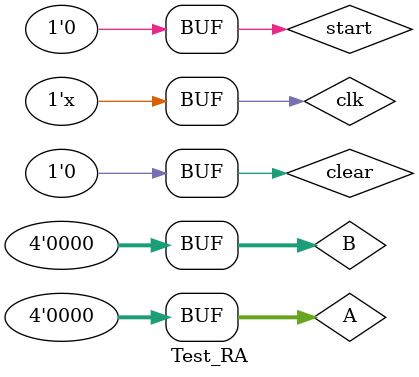
<source format=v>
`timescale 1ns / 1ps

module Test_RA();
reg [3:0]A,B;
reg clk,clear,start;
wire done;
wire cntclr,cnten;

RA UUT(A,B,clk,clear,start,done,cntclr,cnten);
initial begin
    A=0;B=0;start=0;clk=0;clear=0;
    #100;
    A=8;B=3;start=1;clk=1;clear=0;
    #10;
    A=7;B=4;start=1;clk=0;clear=0;
    #10;
    A=0;B=0;start=0;clk=1;clear=0;
    #10;
    A=0;B=0;start=0;clk=0;clear=0;
end
always #5 clk = ~ clk;
endmodule

</source>
